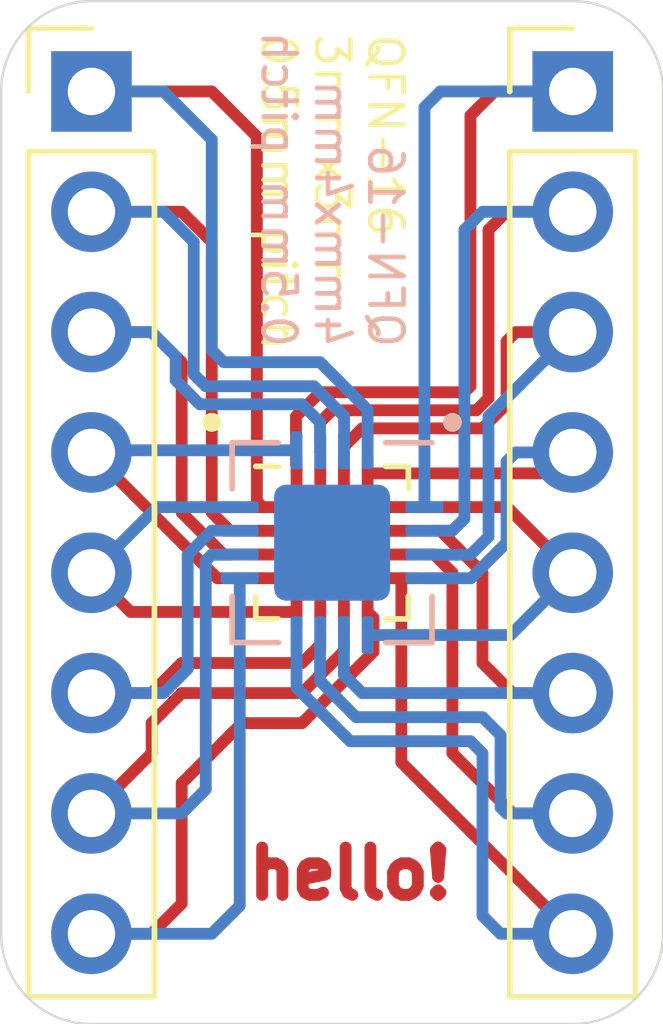
<source format=kicad_pcb>
(kicad_pcb (version 20171130) (host pcbnew 5.1.5)

  (general
    (thickness 1.6)
    (drawings 13)
    (tracks 166)
    (zones 0)
    (modules 4)
    (nets 1)
  )

  (page A4)
  (layers
    (0 F.Cu signal)
    (31 B.Cu signal)
    (32 B.Adhes user)
    (33 F.Adhes user)
    (34 B.Paste user)
    (35 F.Paste user)
    (36 B.SilkS user)
    (37 F.SilkS user)
    (38 B.Mask user)
    (39 F.Mask user)
    (40 Dwgs.User user)
    (41 Cmts.User user)
    (42 Eco1.User user)
    (43 Eco2.User user)
    (44 Edge.Cuts user)
    (45 Margin user)
    (46 B.CrtYd user)
    (47 F.CrtYd user)
    (48 B.Fab user)
    (49 F.Fab user hide)
  )

  (setup
    (last_trace_width 0.25)
    (trace_clearance 0.2)
    (zone_clearance 0.508)
    (zone_45_only no)
    (trace_min 0.2)
    (via_size 0.8)
    (via_drill 0.4)
    (via_min_size 0.4)
    (via_min_drill 0.3)
    (uvia_size 0.3)
    (uvia_drill 0.1)
    (uvias_allowed no)
    (uvia_min_size 0.2)
    (uvia_min_drill 0.1)
    (edge_width 0.05)
    (segment_width 0.2)
    (pcb_text_width 0.3)
    (pcb_text_size 1.5 1.5)
    (mod_edge_width 0.12)
    (mod_text_size 1 1)
    (mod_text_width 0.15)
    (pad_size 1.524 1.524)
    (pad_drill 0.762)
    (pad_to_mask_clearance 0.051)
    (solder_mask_min_width 0.25)
    (aux_axis_origin 0 0)
    (visible_elements FFFFFF7F)
    (pcbplotparams
      (layerselection 0x010fc_ffffffff)
      (usegerberextensions false)
      (usegerberattributes false)
      (usegerberadvancedattributes false)
      (creategerberjobfile false)
      (excludeedgelayer true)
      (linewidth 0.100000)
      (plotframeref false)
      (viasonmask false)
      (mode 1)
      (useauxorigin false)
      (hpglpennumber 1)
      (hpglpenspeed 20)
      (hpglpendiameter 15.000000)
      (psnegative false)
      (psa4output false)
      (plotreference true)
      (plotvalue true)
      (plotinvisibletext false)
      (padsonsilk false)
      (subtractmaskfromsilk false)
      (outputformat 1)
      (mirror false)
      (drillshape 1)
      (scaleselection 1)
      (outputdirectory ""))
  )

  (net 0 "")

  (net_class Default "This is the default net class."
    (clearance 0.2)
    (trace_width 0.25)
    (via_dia 0.8)
    (via_drill 0.4)
    (uvia_dia 0.3)
    (uvia_drill 0.1)
  )

  (module Package_DFN_QFN:QFN-16-1EP_4x4mm_P0.5mm_EP2.45x2.45mm (layer B.Cu) (tedit 5C255836) (tstamp 5EAB4A26)
    (at 179.705 83.185 180)
    (descr "QFN, 16 Pin (https://www.renesas.com/eu/en/www/doc/datasheet/isl8117.pdf#page=22), generated with kicad-footprint-generator ipc_dfn_qfn_generator.py")
    (tags "QFN DFN_QFN")
    (attr smd)
    (fp_text reference e (at 0 3.3) (layer B.SilkS) hide
      (effects (font (size 1 1) (thickness 0.15)) (justify mirror))
    )
    (fp_text value QFN-16-1EP_4x4mm_P0.5mm_EP2.45x2.45mm (at 0 -3.3) (layer B.Fab) hide
      (effects (font (size 1 1) (thickness 0.15)) (justify mirror))
    )
    (fp_text user %R (at 0 0) (layer B.Fab)
      (effects (font (size 1 1) (thickness 0.15)) (justify mirror))
    )
    (fp_line (start 2.6 2.6) (end -2.6 2.6) (layer B.CrtYd) (width 0.05))
    (fp_line (start 2.6 -2.6) (end 2.6 2.6) (layer B.CrtYd) (width 0.05))
    (fp_line (start -2.6 -2.6) (end 2.6 -2.6) (layer B.CrtYd) (width 0.05))
    (fp_line (start -2.6 2.6) (end -2.6 -2.6) (layer B.CrtYd) (width 0.05))
    (fp_line (start -2 1) (end -1 2) (layer B.Fab) (width 0.1))
    (fp_line (start -2 -2) (end -2 1) (layer B.Fab) (width 0.1))
    (fp_line (start 2 -2) (end -2 -2) (layer B.Fab) (width 0.1))
    (fp_line (start 2 2) (end 2 -2) (layer B.Fab) (width 0.1))
    (fp_line (start -1 2) (end 2 2) (layer B.Fab) (width 0.1))
    (fp_line (start -1.135 2.11) (end -2.11 2.11) (layer B.SilkS) (width 0.12))
    (fp_line (start 2.11 -2.11) (end 2.11 -1.135) (layer B.SilkS) (width 0.12))
    (fp_line (start 1.135 -2.11) (end 2.11 -2.11) (layer B.SilkS) (width 0.12))
    (fp_line (start -2.11 -2.11) (end -2.11 -1.135) (layer B.SilkS) (width 0.12))
    (fp_line (start -1.135 -2.11) (end -2.11 -2.11) (layer B.SilkS) (width 0.12))
    (fp_line (start 2.11 2.11) (end 2.11 1.135) (layer B.SilkS) (width 0.12))
    (fp_line (start 1.135 2.11) (end 2.11 2.11) (layer B.SilkS) (width 0.12))
    (pad 16 smd roundrect (at -0.75 1.95 180) (size 0.25 0.8) (layers B.Cu B.Paste B.Mask) (roundrect_rratio 0.25))
    (pad 15 smd roundrect (at -0.25 1.95 180) (size 0.25 0.8) (layers B.Cu B.Paste B.Mask) (roundrect_rratio 0.25))
    (pad 14 smd roundrect (at 0.25 1.95 180) (size 0.25 0.8) (layers B.Cu B.Paste B.Mask) (roundrect_rratio 0.25))
    (pad 13 smd roundrect (at 0.75 1.95 180) (size 0.25 0.8) (layers B.Cu B.Paste B.Mask) (roundrect_rratio 0.25))
    (pad 12 smd roundrect (at 1.95 0.75 180) (size 0.8 0.25) (layers B.Cu B.Paste B.Mask) (roundrect_rratio 0.25))
    (pad 11 smd roundrect (at 1.95 0.25 180) (size 0.8 0.25) (layers B.Cu B.Paste B.Mask) (roundrect_rratio 0.25))
    (pad 10 smd roundrect (at 1.95 -0.25 180) (size 0.8 0.25) (layers B.Cu B.Paste B.Mask) (roundrect_rratio 0.25))
    (pad 9 smd roundrect (at 1.95 -0.75 180) (size 0.8 0.25) (layers B.Cu B.Paste B.Mask) (roundrect_rratio 0.25))
    (pad 8 smd roundrect (at 0.75 -1.95 180) (size 0.25 0.8) (layers B.Cu B.Paste B.Mask) (roundrect_rratio 0.25))
    (pad 7 smd roundrect (at 0.25 -1.95 180) (size 0.25 0.8) (layers B.Cu B.Paste B.Mask) (roundrect_rratio 0.25))
    (pad 6 smd roundrect (at -0.25 -1.95 180) (size 0.25 0.8) (layers B.Cu B.Paste B.Mask) (roundrect_rratio 0.25))
    (pad 5 smd roundrect (at -0.75 -1.95 180) (size 0.25 0.8) (layers B.Cu B.Paste B.Mask) (roundrect_rratio 0.25))
    (pad 4 smd roundrect (at -1.95 -0.75 180) (size 0.8 0.25) (layers B.Cu B.Paste B.Mask) (roundrect_rratio 0.25))
    (pad 3 smd roundrect (at -1.95 -0.25 180) (size 0.8 0.25) (layers B.Cu B.Paste B.Mask) (roundrect_rratio 0.25))
    (pad 2 smd roundrect (at -1.95 0.25 180) (size 0.8 0.25) (layers B.Cu B.Paste B.Mask) (roundrect_rratio 0.25))
    (pad 1 smd roundrect (at -1.95 0.75 180) (size 0.8 0.25) (layers B.Cu B.Paste B.Mask) (roundrect_rratio 0.25))
    (pad "" smd roundrect (at 0.61 -0.61 180) (size 0.99 0.99) (layers B.Paste) (roundrect_rratio 0.25))
    (pad "" smd roundrect (at 0.61 0.61 180) (size 0.99 0.99) (layers B.Paste) (roundrect_rratio 0.25))
    (pad "" smd roundrect (at -0.61 -0.61 180) (size 0.99 0.99) (layers B.Paste) (roundrect_rratio 0.25))
    (pad "" smd roundrect (at -0.61 0.61 180) (size 0.99 0.99) (layers B.Paste) (roundrect_rratio 0.25))
    (pad 17 smd roundrect (at 0 0 180) (size 2.45 2.45) (layers B.Cu B.Mask) (roundrect_rratio 0.102041))
    (model ${KISYS3DMOD}/Package_DFN_QFN.3dshapes/QFN-16-1EP_4x4mm_P0.5mm_EP2.45x2.45mm.wrl
      (at (xyz 0 0 0))
      (scale (xyz 1 1 1))
      (rotate (xyz 0 0 0))
    )
  )

  (module Package_DFN_QFN:QFN-16-1EP_3x3mm_P0.5mm_EP1.7x1.7mm (layer F.Cu) (tedit 5C1D45D2) (tstamp 5EAB2B93)
    (at 179.705 83.185)
    (descr "QFN, 16 Pin (https://www.st.com/content/ccc/resource/technical/document/datasheet/4a/50/94/16/69/af/4b/58/DM00047334.pdf/files/DM00047334.pdf/jcr:content/translations/en.DM00047334.pdf), generated with kicad-footprint-generator ipc_dfn_qfn_generator.py")
    (tags "QFN DFN_QFN")
    (attr smd)
    (fp_text reference REF** (at 0 -2.82) (layer F.SilkS) hide
      (effects (font (size 1 1) (thickness 0.15)))
    )
    (fp_text value QFN-16-1EP_3x3mm_P0.5mm_EP1.7x1.7mm (at 0 2.82) (layer F.Fab)
      (effects (font (size 1 1) (thickness 0.15)))
    )
    (fp_text user %R (at 0 0) (layer F.Fab)
      (effects (font (size 0.75 0.75) (thickness 0.11)))
    )
    (fp_line (start 2.12 -2.12) (end -2.12 -2.12) (layer F.CrtYd) (width 0.05))
    (fp_line (start 2.12 2.12) (end 2.12 -2.12) (layer F.CrtYd) (width 0.05))
    (fp_line (start -2.12 2.12) (end 2.12 2.12) (layer F.CrtYd) (width 0.05))
    (fp_line (start -2.12 -2.12) (end -2.12 2.12) (layer F.CrtYd) (width 0.05))
    (fp_line (start -1.5 -0.75) (end -0.75 -1.5) (layer F.Fab) (width 0.1))
    (fp_line (start -1.5 1.5) (end -1.5 -0.75) (layer F.Fab) (width 0.1))
    (fp_line (start 1.5 1.5) (end -1.5 1.5) (layer F.Fab) (width 0.1))
    (fp_line (start 1.5 -1.5) (end 1.5 1.5) (layer F.Fab) (width 0.1))
    (fp_line (start -0.75 -1.5) (end 1.5 -1.5) (layer F.Fab) (width 0.1))
    (fp_line (start -1.135 -1.61) (end -1.61 -1.61) (layer F.SilkS) (width 0.12))
    (fp_line (start 1.61 1.61) (end 1.61 1.135) (layer F.SilkS) (width 0.12))
    (fp_line (start 1.135 1.61) (end 1.61 1.61) (layer F.SilkS) (width 0.12))
    (fp_line (start -1.61 1.61) (end -1.61 1.135) (layer F.SilkS) (width 0.12))
    (fp_line (start -1.135 1.61) (end -1.61 1.61) (layer F.SilkS) (width 0.12))
    (fp_line (start 1.61 -1.61) (end 1.61 -1.135) (layer F.SilkS) (width 0.12))
    (fp_line (start 1.135 -1.61) (end 1.61 -1.61) (layer F.SilkS) (width 0.12))
    (pad 16 smd roundrect (at -0.75 -1.4625) (size 0.25 0.825) (layers F.Cu F.Paste F.Mask) (roundrect_rratio 0.25))
    (pad 15 smd roundrect (at -0.25 -1.4625) (size 0.25 0.825) (layers F.Cu F.Paste F.Mask) (roundrect_rratio 0.25))
    (pad 14 smd roundrect (at 0.25 -1.4625) (size 0.25 0.825) (layers F.Cu F.Paste F.Mask) (roundrect_rratio 0.25))
    (pad 13 smd roundrect (at 0.75 -1.4625) (size 0.25 0.825) (layers F.Cu F.Paste F.Mask) (roundrect_rratio 0.25))
    (pad 12 smd roundrect (at 1.4625 -0.75) (size 0.825 0.25) (layers F.Cu F.Paste F.Mask) (roundrect_rratio 0.25))
    (pad 11 smd roundrect (at 1.4625 -0.25) (size 0.825 0.25) (layers F.Cu F.Paste F.Mask) (roundrect_rratio 0.25))
    (pad 10 smd roundrect (at 1.4625 0.25) (size 0.825 0.25) (layers F.Cu F.Paste F.Mask) (roundrect_rratio 0.25))
    (pad 9 smd roundrect (at 1.4625 0.75) (size 0.825 0.25) (layers F.Cu F.Paste F.Mask) (roundrect_rratio 0.25))
    (pad 8 smd roundrect (at 0.75 1.4625) (size 0.25 0.825) (layers F.Cu F.Paste F.Mask) (roundrect_rratio 0.25))
    (pad 7 smd roundrect (at 0.25 1.4625) (size 0.25 0.825) (layers F.Cu F.Paste F.Mask) (roundrect_rratio 0.25))
    (pad 6 smd roundrect (at -0.25 1.4625) (size 0.25 0.825) (layers F.Cu F.Paste F.Mask) (roundrect_rratio 0.25))
    (pad 5 smd roundrect (at -0.75 1.4625) (size 0.25 0.825) (layers F.Cu F.Paste F.Mask) (roundrect_rratio 0.25))
    (pad 4 smd roundrect (at -1.4625 0.75) (size 0.825 0.25) (layers F.Cu F.Paste F.Mask) (roundrect_rratio 0.25))
    (pad 3 smd roundrect (at -1.4625 0.25) (size 0.825 0.25) (layers F.Cu F.Paste F.Mask) (roundrect_rratio 0.25))
    (pad 2 smd roundrect (at -1.4625 -0.25) (size 0.825 0.25) (layers F.Cu F.Paste F.Mask) (roundrect_rratio 0.25))
    (pad 1 smd roundrect (at -1.4625 -0.75) (size 0.825 0.25) (layers F.Cu F.Paste F.Mask) (roundrect_rratio 0.25))
    (pad "" smd roundrect (at 0.425 0.425) (size 0.69 0.69) (layers F.Paste) (roundrect_rratio 0.25))
    (pad "" smd roundrect (at 0.425 -0.425) (size 0.69 0.69) (layers F.Paste) (roundrect_rratio 0.25))
    (pad "" smd roundrect (at -0.425 0.425) (size 0.69 0.69) (layers F.Paste) (roundrect_rratio 0.25))
    (pad "" smd roundrect (at -0.425 -0.425) (size 0.69 0.69) (layers F.Paste) (roundrect_rratio 0.25))
    (pad 17 smd roundrect (at 0 0) (size 1.7 1.7) (layers F.Cu F.Mask) (roundrect_rratio 0.147059))
    (model ${KISYS3DMOD}/Package_DFN_QFN.3dshapes/QFN-16-1EP_3x3mm_P0.5mm_EP1.7x1.7mm.wrl
      (at (xyz 0 0 0))
      (scale (xyz 1 1 1))
      (rotate (xyz 0 0 0))
    )
  )

  (module Connector_PinHeader_2.54mm:PinHeader_1x08_P2.54mm_Vertical (layer F.Cu) (tedit 59FED5CC) (tstamp 5EAB2B17)
    (at 174.625 73.66)
    (descr "Through hole straight pin header, 1x08, 2.54mm pitch, single row")
    (tags "Through hole pin header THT 1x08 2.54mm single row")
    (fp_text reference REF** (at 0 -2.33) (layer F.SilkS) hide
      (effects (font (size 1 1) (thickness 0.15)))
    )
    (fp_text value PinHeader_1x08_P2.54mm_Vertical (at 0 20.11) (layer F.Fab)
      (effects (font (size 1 1) (thickness 0.15)))
    )
    (fp_text user %R (at 0 8.89 90) (layer F.Fab)
      (effects (font (size 1 1) (thickness 0.15)))
    )
    (fp_line (start 1.8 -1.8) (end -1.8 -1.8) (layer F.CrtYd) (width 0.05))
    (fp_line (start 1.8 19.55) (end 1.8 -1.8) (layer F.CrtYd) (width 0.05))
    (fp_line (start -1.8 19.55) (end 1.8 19.55) (layer F.CrtYd) (width 0.05))
    (fp_line (start -1.8 -1.8) (end -1.8 19.55) (layer F.CrtYd) (width 0.05))
    (fp_line (start -1.33 -1.33) (end 0 -1.33) (layer F.SilkS) (width 0.12))
    (fp_line (start -1.33 0) (end -1.33 -1.33) (layer F.SilkS) (width 0.12))
    (fp_line (start -1.33 1.27) (end 1.33 1.27) (layer F.SilkS) (width 0.12))
    (fp_line (start 1.33 1.27) (end 1.33 19.11) (layer F.SilkS) (width 0.12))
    (fp_line (start -1.33 1.27) (end -1.33 19.11) (layer F.SilkS) (width 0.12))
    (fp_line (start -1.33 19.11) (end 1.33 19.11) (layer F.SilkS) (width 0.12))
    (fp_line (start -1.27 -0.635) (end -0.635 -1.27) (layer F.Fab) (width 0.1))
    (fp_line (start -1.27 19.05) (end -1.27 -0.635) (layer F.Fab) (width 0.1))
    (fp_line (start 1.27 19.05) (end -1.27 19.05) (layer F.Fab) (width 0.1))
    (fp_line (start 1.27 -1.27) (end 1.27 19.05) (layer F.Fab) (width 0.1))
    (fp_line (start -0.635 -1.27) (end 1.27 -1.27) (layer F.Fab) (width 0.1))
    (pad 8 thru_hole oval (at 0 17.78) (size 1.7 1.7) (drill 1) (layers *.Cu *.Mask))
    (pad 7 thru_hole oval (at 0 15.24) (size 1.7 1.7) (drill 1) (layers *.Cu *.Mask))
    (pad 6 thru_hole oval (at 0 12.7) (size 1.7 1.7) (drill 1) (layers *.Cu *.Mask))
    (pad 5 thru_hole oval (at 0 10.16) (size 1.7 1.7) (drill 1) (layers *.Cu *.Mask))
    (pad 4 thru_hole oval (at 0 7.62) (size 1.7 1.7) (drill 1) (layers *.Cu *.Mask))
    (pad 3 thru_hole oval (at 0 5.08) (size 1.7 1.7) (drill 1) (layers *.Cu *.Mask))
    (pad 2 thru_hole oval (at 0 2.54) (size 1.7 1.7) (drill 1) (layers *.Cu *.Mask))
    (pad 1 thru_hole rect (at 0 0) (size 1.7 1.7) (drill 1) (layers *.Cu *.Mask))
    (model ${KISYS3DMOD}/Connector_PinHeader_2.54mm.3dshapes/PinHeader_1x08_P2.54mm_Vertical.wrl
      (at (xyz 0 0 0))
      (scale (xyz 1 1 1))
      (rotate (xyz 0 0 0))
    )
  )

  (module Connector_PinHeader_2.54mm:PinHeader_1x08_P2.54mm_Vertical (layer F.Cu) (tedit 59FED5CC) (tstamp 5EAB2A5A)
    (at 184.785 73.66)
    (descr "Through hole straight pin header, 1x08, 2.54mm pitch, single row")
    (tags "Through hole pin header THT 1x08 2.54mm single row")
    (fp_text reference REF** (at 0 -2.33) (layer F.SilkS) hide
      (effects (font (size 1 1) (thickness 0.15)))
    )
    (fp_text value PinHeader_1x08_P2.54mm_Vertical (at 0 20.11) (layer F.Fab)
      (effects (font (size 1 1) (thickness 0.15)))
    )
    (fp_text user %R (at 0 8.89 90) (layer F.Fab)
      (effects (font (size 1 1) (thickness 0.15)))
    )
    (fp_line (start 1.8 -1.8) (end -1.8 -1.8) (layer F.CrtYd) (width 0.05))
    (fp_line (start 1.8 19.55) (end 1.8 -1.8) (layer F.CrtYd) (width 0.05))
    (fp_line (start -1.8 19.55) (end 1.8 19.55) (layer F.CrtYd) (width 0.05))
    (fp_line (start -1.8 -1.8) (end -1.8 19.55) (layer F.CrtYd) (width 0.05))
    (fp_line (start -1.33 -1.33) (end 0 -1.33) (layer F.SilkS) (width 0.12))
    (fp_line (start -1.33 0) (end -1.33 -1.33) (layer F.SilkS) (width 0.12))
    (fp_line (start -1.33 1.27) (end 1.33 1.27) (layer F.SilkS) (width 0.12))
    (fp_line (start 1.33 1.27) (end 1.33 19.11) (layer F.SilkS) (width 0.12))
    (fp_line (start -1.33 1.27) (end -1.33 19.11) (layer F.SilkS) (width 0.12))
    (fp_line (start -1.33 19.11) (end 1.33 19.11) (layer F.SilkS) (width 0.12))
    (fp_line (start -1.27 -0.635) (end -0.635 -1.27) (layer F.Fab) (width 0.1))
    (fp_line (start -1.27 19.05) (end -1.27 -0.635) (layer F.Fab) (width 0.1))
    (fp_line (start 1.27 19.05) (end -1.27 19.05) (layer F.Fab) (width 0.1))
    (fp_line (start 1.27 -1.27) (end 1.27 19.05) (layer F.Fab) (width 0.1))
    (fp_line (start -0.635 -1.27) (end 1.27 -1.27) (layer F.Fab) (width 0.1))
    (pad 8 thru_hole oval (at 0 17.78) (size 1.7 1.7) (drill 1) (layers *.Cu *.Mask))
    (pad 7 thru_hole oval (at 0 15.24) (size 1.7 1.7) (drill 1) (layers *.Cu *.Mask))
    (pad 6 thru_hole oval (at 0 12.7) (size 1.7 1.7) (drill 1) (layers *.Cu *.Mask))
    (pad 5 thru_hole oval (at 0 10.16) (size 1.7 1.7) (drill 1) (layers *.Cu *.Mask))
    (pad 4 thru_hole oval (at 0 7.62) (size 1.7 1.7) (drill 1) (layers *.Cu *.Mask))
    (pad 3 thru_hole oval (at 0 5.08) (size 1.7 1.7) (drill 1) (layers *.Cu *.Mask))
    (pad 2 thru_hole oval (at 0 2.54) (size 1.7 1.7) (drill 1) (layers *.Cu *.Mask))
    (pad 1 thru_hole rect (at 0 0) (size 1.7 1.7) (drill 1) (layers *.Cu *.Mask))
    (model ${KISYS3DMOD}/Connector_PinHeader_2.54mm.3dshapes/PinHeader_1x08_P2.54mm_Vertical.wrl
      (at (xyz 0 0 0))
      (scale (xyz 1 1 1))
      (rotate (xyz 0 0 0))
    )
  )

  (gr_text hello! (at 180.086 90.17) (layer F.Cu)
    (effects (font (size 1 1) (thickness 0.25)))
  )
  (gr_text "QFN-16\n4mmx4mm\n0.5mm pitch" (at 179.705 79.121 270) (layer B.SilkS) (tstamp 5EAB4E0E)
    (effects (font (size 0.7 0.7) (thickness 0.1)) (justify left mirror))
  )
  (gr_circle (center 182.245 80.645) (end 182.345 80.645) (layer B.SilkS) (width 0.2) (tstamp 5EAB4AD8))
  (gr_circle (center 177.165 80.645) (end 177.265 80.645) (layer F.SilkS) (width 0.2))
  (gr_text "QFN-16\n3mmx3mm\n0.5mm pitch" (at 179.705 72.39 270) (layer F.SilkS)
    (effects (font (size 0.7 0.7) (thickness 0.1)) (justify left))
  )
  (gr_line (start 174.625 93.345) (end 184.785 93.345) (layer Edge.Cuts) (width 0.05) (tstamp 5EAB2DB9))
  (gr_line (start 172.72 73.66) (end 172.72 91.44) (layer Edge.Cuts) (width 0.05) (tstamp 5EAB2DB8))
  (gr_line (start 184.785 71.755) (end 174.625 71.755) (layer Edge.Cuts) (width 0.05) (tstamp 5EAB2DB7))
  (gr_line (start 186.69 91.44) (end 186.69 73.66) (layer Edge.Cuts) (width 0.05) (tstamp 5EAB2DB6))
  (gr_arc (start 184.785 91.44) (end 184.785 93.345) (angle -90) (layer Edge.Cuts) (width 0.05))
  (gr_arc (start 174.625 91.44) (end 172.72 91.44) (angle -90) (layer Edge.Cuts) (width 0.05))
  (gr_arc (start 174.625 73.66) (end 174.625 71.755) (angle -90) (layer Edge.Cuts) (width 0.05))
  (gr_arc (start 184.785 73.66) (end 186.69 73.66) (angle -90) (layer Edge.Cuts) (width 0.05))

  (segment (start 178.1175 82.31) (end 178.1175 74.6125) (width 0.25) (layer F.Cu) (net 0))
  (segment (start 178.2425 82.435) (end 178.1175 82.31) (width 0.25) (layer F.Cu) (net 0))
  (segment (start 177.165 73.66) (end 174.625 73.66) (width 0.25) (layer F.Cu) (net 0))
  (segment (start 178.1175 74.6125) (end 177.165 73.66) (width 0.25) (layer F.Cu) (net 0))
  (segment (start 178.2425 82.935) (end 177.55 82.935) (width 0.25) (layer F.Cu) (net 0))
  (segment (start 177.55 82.935) (end 177.165 82.55) (width 0.25) (layer F.Cu) (net 0))
  (segment (start 177.165 82.55) (end 177.165 76.835) (width 0.25) (layer F.Cu) (net 0))
  (segment (start 176.53 76.2) (end 174.625 76.2) (width 0.25) (layer F.Cu) (net 0))
  (segment (start 177.165 76.835) (end 176.53 76.2) (width 0.25) (layer F.Cu) (net 0))
  (segment (start 178.2425 83.435) (end 177.415 83.435) (width 0.25) (layer F.Cu) (net 0))
  (segment (start 177.415 83.435) (end 176.53 82.55) (width 0.25) (layer F.Cu) (net 0))
  (segment (start 176.53 82.55) (end 176.53 79.375) (width 0.25) (layer F.Cu) (net 0))
  (segment (start 175.895 78.74) (end 174.625 78.74) (width 0.25) (layer F.Cu) (net 0))
  (segment (start 176.53 79.375) (end 175.895 78.74) (width 0.25) (layer F.Cu) (net 0))
  (segment (start 178.2425 83.935) (end 177.28 83.935) (width 0.25) (layer F.Cu) (net 0))
  (segment (start 177.28 83.935) (end 174.625 81.28) (width 0.25) (layer F.Cu) (net 0))
  (segment (start 175.4525 84.6475) (end 174.625 83.82) (width 0.25) (layer F.Cu) (net 0))
  (segment (start 178.955 84.6475) (end 175.4525 84.6475) (width 0.25) (layer F.Cu) (net 0))
  (segment (start 179.455 84.6475) (end 179.455 85.34) (width 0.25) (layer F.Cu) (net 0))
  (segment (start 179.455 85.34) (end 179.07 85.725) (width 0.25) (layer F.Cu) (net 0))
  (segment (start 179.07 85.725) (end 176.53 85.725) (width 0.25) (layer F.Cu) (net 0))
  (segment (start 175.895 86.36) (end 174.625 86.36) (width 0.25) (layer F.Cu) (net 0))
  (segment (start 176.53 85.725) (end 175.895 86.36) (width 0.25) (layer F.Cu) (net 0))
  (segment (start 179.955 84.6475) (end 179.955 85.475) (width 0.25) (layer F.Cu) (net 0))
  (segment (start 179.955 85.475) (end 179.07 86.36) (width 0.25) (layer F.Cu) (net 0))
  (segment (start 179.07 86.36) (end 176.53 86.36) (width 0.25) (layer F.Cu) (net 0))
  (segment (start 176.53 86.36) (end 175.895 86.995) (width 0.25) (layer F.Cu) (net 0))
  (segment (start 175.895 87.63) (end 174.625 88.9) (width 0.25) (layer F.Cu) (net 0))
  (segment (start 175.895 86.995) (end 175.895 87.63) (width 0.25) (layer F.Cu) (net 0))
  (segment (start 180.58 84.7725) (end 180.58 85.485) (width 0.25) (layer F.Cu) (net 0))
  (segment (start 180.455 84.6475) (end 180.58 84.7725) (width 0.25) (layer F.Cu) (net 0))
  (segment (start 180.58 85.485) (end 179.07 86.995) (width 0.25) (layer F.Cu) (net 0))
  (segment (start 179.07 86.995) (end 177.8 86.995) (width 0.25) (layer F.Cu) (net 0))
  (segment (start 177.8 86.995) (end 176.53 88.265) (width 0.25) (layer F.Cu) (net 0))
  (segment (start 176.53 88.265) (end 176.53 90.805) (width 0.25) (layer F.Cu) (net 0))
  (segment (start 175.895 91.44) (end 174.625 91.44) (width 0.25) (layer F.Cu) (net 0))
  (segment (start 176.53 90.805) (end 175.895 91.44) (width 0.25) (layer F.Cu) (net 0))
  (segment (start 181.1675 87.8225) (end 184.785 91.44) (width 0.25) (layer F.Cu) (net 0))
  (segment (start 181.1675 83.935) (end 181.1675 87.8225) (width 0.25) (layer F.Cu) (net 0))
  (segment (start 183.515 88.9) (end 184.785 88.9) (width 0.25) (layer F.Cu) (net 0))
  (segment (start 182.245 83.82) (end 182.245 87.63) (width 0.25) (layer F.Cu) (net 0))
  (segment (start 182.245 87.63) (end 183.515 88.9) (width 0.25) (layer F.Cu) (net 0))
  (segment (start 181.1675 83.435) (end 181.86 83.435) (width 0.25) (layer F.Cu) (net 0))
  (segment (start 181.86 83.435) (end 182.245 83.82) (width 0.25) (layer F.Cu) (net 0))
  (segment (start 181.1675 82.935) (end 181.995 82.935) (width 0.25) (layer F.Cu) (net 0))
  (segment (start 181.995 82.935) (end 182.88 83.82) (width 0.25) (layer F.Cu) (net 0))
  (segment (start 182.88 83.82) (end 182.88 85.725) (width 0.25) (layer F.Cu) (net 0))
  (segment (start 182.88 85.725) (end 183.515 86.36) (width 0.25) (layer F.Cu) (net 0))
  (segment (start 183.515 86.36) (end 184.785 86.36) (width 0.25) (layer F.Cu) (net 0))
  (segment (start 183.4 82.435) (end 184.785 83.82) (width 0.25) (layer F.Cu) (net 0))
  (segment (start 181.1675 82.435) (end 183.4 82.435) (width 0.25) (layer F.Cu) (net 0))
  (segment (start 184.3425 81.7225) (end 184.785 81.28) (width 0.25) (layer F.Cu) (net 0))
  (segment (start 180.455 81.7225) (end 184.3425 81.7225) (width 0.25) (layer F.Cu) (net 0))
  (segment (start 183.582919 78.74) (end 184.785 78.74) (width 0.25) (layer F.Cu) (net 0))
  (segment (start 183.388 78.934919) (end 183.582919 78.74) (width 0.25) (layer F.Cu) (net 0))
  (segment (start 183.388 80.264) (end 183.388 78.934919) (width 0.25) (layer F.Cu) (net 0))
  (segment (start 179.955 81.157) (end 180.34 80.772) (width 0.25) (layer F.Cu) (net 0))
  (segment (start 179.955 81.7225) (end 179.955 81.157) (width 0.25) (layer F.Cu) (net 0))
  (segment (start 180.34 80.772) (end 182.88 80.772) (width 0.25) (layer F.Cu) (net 0))
  (segment (start 182.88 80.772) (end 183.388 80.264) (width 0.25) (layer F.Cu) (net 0))
  (segment (start 179.455 81.7225) (end 179.455 81.284) (width 0.25) (layer F.Cu) (net 0))
  (segment (start 179.455 81.284) (end 179.451 81.28) (width 0.25) (layer F.Cu) (net 0))
  (segment (start 179.451 81.28) (end 179.451 80.645) (width 0.25) (layer F.Cu) (net 0))
  (segment (start 179.451 80.645) (end 179.705 80.391) (width 0.25) (layer F.Cu) (net 0))
  (segment (start 179.705 80.391) (end 182.753 80.391) (width 0.25) (layer F.Cu) (net 0))
  (segment (start 182.753 80.391) (end 183.007 80.137) (width 0.25) (layer F.Cu) (net 0))
  (segment (start 183.007 80.137) (end 183.007 76.581) (width 0.25) (layer F.Cu) (net 0))
  (segment (start 183.388 76.2) (end 184.785 76.2) (width 0.25) (layer F.Cu) (net 0))
  (segment (start 183.007 76.581) (end 183.388 76.2) (width 0.25) (layer F.Cu) (net 0))
  (segment (start 182.626 79.883) (end 182.626 74.168) (width 0.25) (layer F.Cu) (net 0))
  (segment (start 182.499 80.01) (end 182.626 79.883) (width 0.25) (layer F.Cu) (net 0))
  (segment (start 178.955 81.546) (end 178.943 81.534) (width 0.25) (layer F.Cu) (net 0))
  (segment (start 178.955 81.7225) (end 178.955 81.546) (width 0.25) (layer F.Cu) (net 0))
  (segment (start 178.943 81.534) (end 178.943 80.518) (width 0.25) (layer F.Cu) (net 0))
  (segment (start 178.943 80.518) (end 179.451 80.01) (width 0.25) (layer F.Cu) (net 0))
  (segment (start 183.134 73.66) (end 184.785 73.66) (width 0.25) (layer F.Cu) (net 0))
  (segment (start 182.626 74.168) (end 183.134 73.66) (width 0.25) (layer F.Cu) (net 0))
  (segment (start 179.451 80.01) (end 182.499 80.01) (width 0.25) (layer F.Cu) (net 0))
  (segment (start 181.655 82.435) (end 181.655 73.996) (width 0.25) (layer B.Cu) (net 0))
  (segment (start 181.991 73.66) (end 184.785 73.66) (width 0.25) (layer B.Cu) (net 0))
  (segment (start 181.655 73.996) (end 181.991 73.66) (width 0.25) (layer B.Cu) (net 0))
  (segment (start 181.655 82.935) (end 181.86 82.935) (width 0.25) (layer B.Cu) (net 0))
  (segment (start 181.86 82.935) (end 181.864 82.931) (width 0.25) (layer B.Cu) (net 0))
  (segment (start 181.864 82.931) (end 182.245 82.931) (width 0.25) (layer B.Cu) (net 0))
  (segment (start 182.245 82.931) (end 182.499 82.677) (width 0.25) (layer B.Cu) (net 0))
  (segment (start 182.499 82.677) (end 182.499 76.581) (width 0.25) (layer B.Cu) (net 0))
  (segment (start 182.88 76.2) (end 184.785 76.2) (width 0.25) (layer B.Cu) (net 0))
  (segment (start 182.499 76.581) (end 182.88 76.2) (width 0.25) (layer B.Cu) (net 0))
  (segment (start 183.007 80.518) (end 184.785 78.74) (width 0.25) (layer B.Cu) (net 0))
  (segment (start 183.007 83.058) (end 183.007 80.518) (width 0.25) (layer B.Cu) (net 0))
  (segment (start 181.655 83.435) (end 181.86 83.435) (width 0.25) (layer B.Cu) (net 0))
  (segment (start 181.864 83.439) (end 182.626 83.439) (width 0.25) (layer B.Cu) (net 0))
  (segment (start 181.86 83.435) (end 181.864 83.439) (width 0.25) (layer B.Cu) (net 0))
  (segment (start 182.626 83.439) (end 183.007 83.058) (width 0.25) (layer B.Cu) (net 0))
  (segment (start 183.582919 81.28) (end 184.785 81.28) (width 0.25) (layer B.Cu) (net 0))
  (segment (start 183.388 81.474919) (end 183.582919 81.28) (width 0.25) (layer B.Cu) (net 0))
  (segment (start 182.638 83.935) (end 183.388 83.185) (width 0.25) (layer B.Cu) (net 0))
  (segment (start 183.388 83.185) (end 183.388 81.474919) (width 0.25) (layer B.Cu) (net 0))
  (segment (start 181.655 83.935) (end 182.638 83.935) (width 0.25) (layer B.Cu) (net 0))
  (segment (start 183.47 85.135) (end 184.785 83.82) (width 0.25) (layer B.Cu) (net 0))
  (segment (start 180.455 85.135) (end 183.47 85.135) (width 0.25) (layer B.Cu) (net 0))
  (segment (start 179.955 85.135) (end 179.955 85.975) (width 0.25) (layer B.Cu) (net 0))
  (segment (start 180.34 86.36) (end 184.785 86.36) (width 0.25) (layer B.Cu) (net 0))
  (segment (start 179.955 85.975) (end 180.34 86.36) (width 0.25) (layer B.Cu) (net 0))
  (segment (start 183.388 88.9) (end 184.785 88.9) (width 0.25) (layer B.Cu) (net 0))
  (segment (start 182.88 86.868) (end 183.261 87.249) (width 0.25) (layer B.Cu) (net 0))
  (segment (start 179.455 85.34) (end 179.451 85.344) (width 0.25) (layer B.Cu) (net 0))
  (segment (start 179.451 86.106) (end 180.213 86.868) (width 0.25) (layer B.Cu) (net 0))
  (segment (start 183.261 87.249) (end 183.261 88.773) (width 0.25) (layer B.Cu) (net 0))
  (segment (start 179.455 85.135) (end 179.455 85.34) (width 0.25) (layer B.Cu) (net 0))
  (segment (start 180.213 86.868) (end 182.88 86.868) (width 0.25) (layer B.Cu) (net 0))
  (segment (start 183.261 88.773) (end 183.388 88.9) (width 0.25) (layer B.Cu) (net 0))
  (segment (start 179.451 85.344) (end 179.451 86.106) (width 0.25) (layer B.Cu) (net 0))
  (segment (start 183.261 91.44) (end 184.785 91.44) (width 0.25) (layer B.Cu) (net 0))
  (segment (start 182.88 91.059) (end 183.261 91.44) (width 0.25) (layer B.Cu) (net 0))
  (segment (start 182.88 87.63) (end 182.88 91.059) (width 0.25) (layer B.Cu) (net 0))
  (segment (start 178.955 85.135) (end 178.955 86.245) (width 0.25) (layer B.Cu) (net 0))
  (segment (start 178.955 86.245) (end 180.086 87.376) (width 0.25) (layer B.Cu) (net 0))
  (segment (start 180.086 87.376) (end 182.626 87.376) (width 0.25) (layer B.Cu) (net 0))
  (segment (start 182.626 87.376) (end 182.88 87.63) (width 0.25) (layer B.Cu) (net 0))
  (segment (start 177.755 83.935) (end 177.755 90.85) (width 0.25) (layer B.Cu) (net 0))
  (segment (start 177.755 90.85) (end 177.165 91.44) (width 0.25) (layer B.Cu) (net 0))
  (segment (start 177.165 91.44) (end 174.625 91.44) (width 0.25) (layer B.Cu) (net 0))
  (segment (start 177.755 83.435) (end 177.55 83.435) (width 0.25) (layer B.Cu) (net 0))
  (segment (start 177.55 83.435) (end 177.546 83.439) (width 0.25) (layer B.Cu) (net 0))
  (segment (start 177.546 83.439) (end 177.165 83.439) (width 0.25) (layer B.Cu) (net 0))
  (segment (start 177.165 83.439) (end 177.038 83.566) (width 0.25) (layer B.Cu) (net 0))
  (segment (start 177.038 83.566) (end 177.038 88.392) (width 0.25) (layer B.Cu) (net 0))
  (segment (start 176.53 88.9) (end 174.625 88.9) (width 0.25) (layer B.Cu) (net 0))
  (segment (start 177.038 88.392) (end 176.53 88.9) (width 0.25) (layer B.Cu) (net 0))
  (segment (start 177.755 82.935) (end 177.55 82.935) (width 0.25) (layer B.Cu) (net 0))
  (segment (start 177.55 82.935) (end 177.546 82.931) (width 0.25) (layer B.Cu) (net 0))
  (segment (start 177.546 82.931) (end 177.165 82.931) (width 0.25) (layer B.Cu) (net 0))
  (segment (start 177.165 82.931) (end 176.657 83.439) (width 0.25) (layer B.Cu) (net 0))
  (segment (start 176.657 83.439) (end 176.657 85.852) (width 0.25) (layer B.Cu) (net 0))
  (segment (start 176.149 86.36) (end 174.625 86.36) (width 0.25) (layer B.Cu) (net 0))
  (segment (start 176.657 85.852) (end 176.149 86.36) (width 0.25) (layer B.Cu) (net 0))
  (segment (start 176.01 82.435) (end 174.625 83.82) (width 0.25) (layer B.Cu) (net 0))
  (segment (start 177.755 82.435) (end 176.01 82.435) (width 0.25) (layer B.Cu) (net 0))
  (segment (start 174.67 81.235) (end 174.625 81.28) (width 0.25) (layer B.Cu) (net 0))
  (segment (start 178.955 81.235) (end 174.67 81.235) (width 0.25) (layer B.Cu) (net 0))
  (segment (start 179.455 81.235) (end 179.455 81.03) (width 0.25) (layer B.Cu) (net 0))
  (segment (start 179.455 81.03) (end 179.451 81.026) (width 0.25) (layer B.Cu) (net 0))
  (segment (start 179.451 81.026) (end 179.451 80.645) (width 0.25) (layer B.Cu) (net 0))
  (segment (start 179.451 80.645) (end 179.07 80.264) (width 0.25) (layer B.Cu) (net 0))
  (segment (start 179.07 80.264) (end 176.911 80.264) (width 0.25) (layer B.Cu) (net 0))
  (segment (start 176.911 80.264) (end 176.403 79.756) (width 0.25) (layer B.Cu) (net 0))
  (segment (start 176.403 79.756) (end 176.403 79.248) (width 0.25) (layer B.Cu) (net 0))
  (segment (start 175.895 78.74) (end 174.625 78.74) (width 0.25) (layer B.Cu) (net 0))
  (segment (start 176.403 79.248) (end 175.895 78.74) (width 0.25) (layer B.Cu) (net 0))
  (segment (start 179.955 81.235) (end 179.955 81.03) (width 0.25) (layer B.Cu) (net 0))
  (segment (start 179.955 81.03) (end 179.959 81.026) (width 0.25) (layer B.Cu) (net 0))
  (segment (start 179.959 81.026) (end 179.959 80.518) (width 0.25) (layer B.Cu) (net 0))
  (segment (start 179.959 80.518) (end 179.324 79.883) (width 0.25) (layer B.Cu) (net 0))
  (segment (start 179.324 79.883) (end 177.038 79.883) (width 0.25) (layer B.Cu) (net 0))
  (segment (start 177.038 79.883) (end 176.784 79.629) (width 0.25) (layer B.Cu) (net 0))
  (segment (start 176.784 79.629) (end 176.784 76.835) (width 0.25) (layer B.Cu) (net 0))
  (segment (start 176.149 76.2) (end 174.625 76.2) (width 0.25) (layer B.Cu) (net 0))
  (segment (start 176.784 76.835) (end 176.149 76.2) (width 0.25) (layer B.Cu) (net 0))
  (segment (start 180.455 81.235) (end 180.455 80.379) (width 0.25) (layer B.Cu) (net 0))
  (segment (start 180.455 80.379) (end 179.451 79.375) (width 0.25) (layer B.Cu) (net 0))
  (segment (start 179.451 79.375) (end 177.419 79.375) (width 0.25) (layer B.Cu) (net 0))
  (segment (start 177.419 79.375) (end 177.165 79.121) (width 0.25) (layer B.Cu) (net 0))
  (segment (start 177.165 79.121) (end 177.165 74.676) (width 0.25) (layer B.Cu) (net 0))
  (segment (start 176.149 73.66) (end 174.625 73.66) (width 0.25) (layer B.Cu) (net 0))
  (segment (start 177.165 74.676) (end 176.149 73.66) (width 0.25) (layer B.Cu) (net 0))

)

</source>
